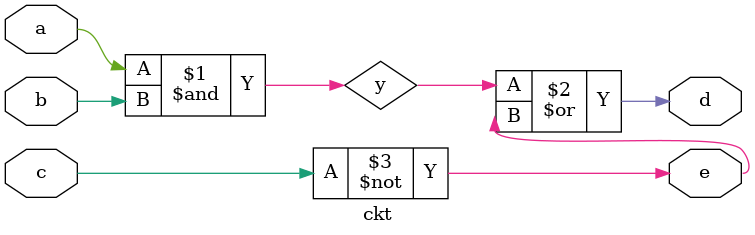
<source format=v>
`timescale 1ns/1ps

module ckt(a,b,c,d,e);

output d,e;
input a,b,c;

wire y;

and G1 (y,a,b);
not G2 (e,c);
or G3 (d,y,e);

endmodule

</source>
